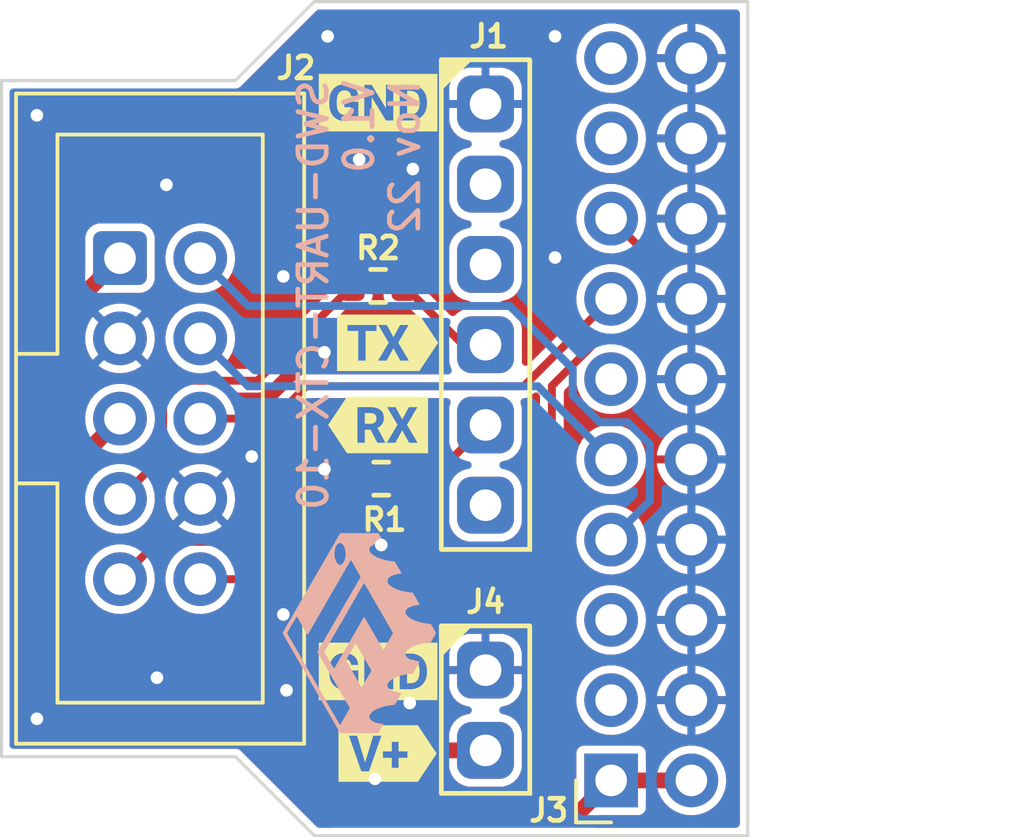
<source format=kicad_pcb>
(kicad_pcb (version 20211014) (generator pcbnew)
  (layers (0 "F.Cu" signal) (31 "B.Cu" signal) (34 "B.Paste" user) (35 "F.Paste" user) (36 "B.SilkS" user "B.Silkscreen") (37 "F.SilkS" user "F.Silkscreen") (38 "B.Mask" user) (39 "F.Mask" user) (44 "Edge.Cuts" user))
  (net 0 "")
  (net 2 "GND")
  (net 5 "/TARGET_VCC")
  (net 6 "/SWDIO")
  (net 7 "/SWCLK")
  (net 8 "/VAUX")
  (net 9 "/SWO")
  (net 10 "/TXD")
  (net 11 "/RXD")
  (net 12 "/RESET")
  (net 18 "Net-(J1-Pad4)")
  (net 19 "Net-(J1-Pad5)")
  (footprint "kibuzzard-637893D0" (layer "F.Cu") (at 138.3 83.2)
    (fp_text reference "kibuzzard-637893D0" hide)
    (fp_text value "G***" hide)
    (fp_poly (pts (xy 0.916223 -0.375946) (xy 0.916223 0.377496) (xy 1.028619 0.377496) (xy 1.148961 0.355211) (xy 1.237134 0.288354) (xy 1.277355 0.2204) (xy 1.301902 0.135392) (xy 1.310773 0.033331) (xy 1.310773 -0.026355) (xy 1.302849 -0.131818) (xy 1.279078 -0.218764) (xy 1.239459 -0.287192) (xy 1.151674 -0.353757) (xy 1.030945 -0.375946) (xy 0.916223 -0.375946)) (layer "F.SilkS") (width 0) (fill solid))
    (fp_poly (pts (xy -1.546417 -0.910539) (xy -1.877146 -0.910539) (xy -1.877146 0.910539) (xy -1.546417 0.910539) (xy -1.0573 0.910539) (xy -1.0573 0.57981) (xy -1.150963 0.572704) (xy -1.236617 0.551388) (xy -1.314261 0.51586) (xy -1.412123 0.437473) (xy -1.484793 0.330212) (xy -1.51834 0.244343) (xy -1.538881 0.149) (xy -1.546417 0.044183) (xy -1.546417 -0.032556) (xy -1.540087 -0.140172) (xy -1.521096 -0.237712) (xy -1.489444 -0.325174) (xy -1.419875 -0.434276) (xy -1.325113 -0.51431) (xy -1.24945 -0.550699) (xy -1.165605 -0.572532) (xy -1.073578 -0.57981) (xy -0.949468 -0.569173) (xy -0.844824 -0.537263) (xy -0.759644 -0.484079) (xy -0.694445 -0.410569) (xy -0.649745 -0.317681) (xy -0.625543 -0.205414) (xy -0.851886 -0.205414) (xy -0.876788 -0.289323) (xy -0.920486 -0.347266) (xy -0.983564 -0.380984) (xy -1.066602 -0.392224) (xy -1.171053 -0.369939) (xy -1.247211 -0.303082) (xy -1.281748 -0.234008) (xy -1.302677 -0.145641) (xy -1.309998 -0.037982) (xy -1.309998 0.034106) (xy -1.302504 0.142799) (xy -1.280025 0.232199) (xy -1.24256 0.302307) (xy -1.159425 0.370326) (xy -1.044897 0.392999) (xy -0.932695 0.379047) (xy -0.858087 0.337189) (xy -0.858087 0.142627) (xy -1.069702 0.142627) (xy -1.069702 -0.02868) (xy -0.625543 -0.02868) (xy -0.625543 0.42168) (xy -0.701314 0.488439) (xy -0.803052 0.538339) (xy -0.923975 0.569442) (xy -1.0573 0.57981) (xy -1.0573 0.910539) (xy 0.480591 0.910539) (xy 0.480591 0.564307) (xy 0.248047 0.564307) (xy -0.204639 -0.178284) (xy -0.204639 0.564307) (xy -0.437183 0.564307) (xy -0.437183 -0.564307) (xy -0.204639 -0.564307) (xy 0.248822 0.179834) (xy 0.248822 -0.564307) (xy 0.480591 -0.564307) (xy 0.480591 0.564307) (xy 0.480591 0.910539) (xy 0.683679 0.910539) (xy 0.683679 0.564307) (xy 0.683679 -0.564307) (xy 1.030945 -0.564307) (xy 1.126675 -0.556857) (xy 1.21543 -0.534507) (xy 1.297208 -0.497256) (xy 1.36977 -0.446269) (xy 1.430877 -0.382707) (xy 1.48053 -0.30657) (xy 1.517134 -0.2204) (xy 1.539096 -0.126736) (xy 1.546417 -0.02558) (xy 1.546417 0.026355) (xy 1.539226 0.127382) (xy 1.517651 0.220658) (xy 1.481693 0.306183) (xy 1.432643 0.381717) (xy 1.371794 0.44502) (xy 1.299146 0.496094) (xy 1.217238 0.533645) (xy 1.128613 0.556383) (xy 1.03327 0.564307) (xy 0.683679 0.564307) (xy 0.683679 0.910539) (xy 1.546417 0.910539) (xy 1.877146 0.910539) (xy 1.877146 -0.910539) (xy 1.546417 -0.910539) (xy -1.546417 -0.910539)) (layer "F.SilkS") (width 0) (fill solid))
  )
  (footprint "J_Connector:Pins-2.54-1x2" (layer "F.Cu") (at 141.7 101.16)
    (fp_text reference "J4" (at 0 -2.16 unlocked) (layer "F.SilkS") (effects (font (size 0.7 0.7))))
    (fp_text value "61300211121" hide)
    (fp_rect (start 1.4 3.9) (end -1.4 -1.4) (layer "F.SilkS") (width 0.15) (fill none))
    (fp_poly (pts (xy -1.4 -0.5) (xy -1.4 -1.4) (xy -0.5 -1.4)) (layer "F.SilkS") (width 0.12) (fill solid))
    (pad "1" thru_hole roundrect (at 0 0) (size 1.8 1.8) (drill 1) (layers *.Cu *.Mask) (net 2 "GND"))
    (pad "2" thru_hole roundrect (at 0 2.54) (size 1.8 1.8) (drill 1) (layers *.Cu *.Mask) (net 8 "/VAUX"))
  )
  (footprint "kibuzzard-637893BE" (layer "F.Cu") (at 138.3 93.4)
    (fp_text reference "kibuzzard-637893BE" hide)
    (fp_text value "G***" hide)
    (fp_poly (pts (xy -0.653922 -0.895036) (xy -0.984651 -0.895036) (xy -1.581342 0) (xy -0.984651 0.895036) (xy -0.653922 0.895036) (xy -0.421378 0.895036) (xy -0.421378 0.564307) (xy -0.653922 0.564307) (xy -0.653922 -0.564307) (xy -0.234568 -0.564307) (xy -0.111406 -0.554402) (xy -0.00857 -0.524688) (xy 0.07394 -0.475165) (xy 0.13423 -0.407555) (xy 0.170403 -0.323581) (xy 0.182461 -0.223242) (xy 0.169962 -0.117338) (xy 0.132464 -0.030618) (xy 0.06958 0.03866) (xy -0.019077 0.092242) (xy 0.225094 0.553455) (xy 0.225094 0.564307) (xy -0.024503 0.564307) (xy -0.236118 0.151154) (xy -0.421378 0.151154) (xy -0.421378 0.564307) (xy -0.421378 0.895036) (xy 1.250613 0.895036) (xy 1.250613 0.564307) (xy 0.980087 0.564307) (xy 0.763046 0.168982) (xy 0.546005 0.564307) (xy 0.275478 0.564307) (xy 0.612667 -0.004651) (xy 0.284005 -0.564307) (xy 0.551431 -0.564307) (xy 0.763046 -0.175183) (xy 0.974661 -0.564307) (xy 1.242086 -0.564307) (xy 0.913424 -0.004651) (xy 1.250613 0.564307) (xy 1.250613 0.895036) (xy 1.581342 0.895036) (xy 1.581342 -0.895036) (xy 1.250613 -0.895036) (xy -0.653922 -0.895036)) (layer "F.SilkS") (width 0) (fill solid))
    (fp_poly (pts (xy -0.421378 -0.037207) (xy -0.233793 -0.037207) (xy -0.156084 -0.04835) (xy -0.098142 -0.081778) (xy -0.062098 -0.134779) (xy -0.050083 -0.204639) (xy -0.06142 -0.275952) (xy -0.095429 -0.330212) (xy -0.152887 -0.364513) (xy -0.234568 -0.375946) (xy -0.421378 -0.375946) (xy -0.421378 -0.037207)) (layer "F.SilkS") (width 0) (fill solid))
  )
  (footprint "kibuzzard-637893E3" (layer "F.Cu") (at 138.6 103.8)
    (fp_text reference "kibuzzard-637893E3" hide)
    (fp_text value "G***" hide)
    (fp_poly (pts (xy -1.223483 -0.895036) (xy -1.554212 -0.895036) (xy -1.554212 0.895036) (xy -1.223483 0.895036) (xy -0.589413 0.895036) (xy -0.589413 0.564307) (xy -0.832034 0.564307) (xy -1.223483 -0.564307) (xy -0.965359 -0.564307) (xy -0.711111 0.284479) (xy -0.455312 -0.564307) (xy -0.196414 -0.564307) (xy -0.589413 0.564307) (xy -0.589413 0.895036) (xy 0.346964 0.895036) (xy 0.346964 0.451135) (xy 0.133799 0.451135) (xy 0.133799 0.134875) (xy -0.146804 0.134875) (xy -0.146804 -0.067438) (xy 0.133799 -0.067438) (xy 0.133799 -0.37052) (xy 0.346964 -0.37052) (xy 0.346964 -0.067438) (xy 0.626792 -0.067438) (xy 0.626792 0.134875) (xy 0.346964 0.134875) (xy 0.346964 0.451135) (xy 0.346964 0.895036) (xy 0.626792 0.895036) (xy 0.957521 0.895036) (xy 1.554212 0) (xy 0.957521 -0.895036) (xy 0.626792 -0.895036) (xy -1.223483 -0.895036)) (layer "F.SilkS") (width 0) (fill solid))
  )
  (footprint "kibuzzard-637893A0" (layer "F.Cu") (at 138.6 90.8)
    (fp_text reference "kibuzzard-637893A0" hide)
    (fp_text value "G***" hide)
    (fp_poly (pts (xy -1.269991 -0.895036) (xy -1.600721 -0.895036) (xy -1.600721 0.895036) (xy -1.269991 0.895036) (xy -0.696383 0.895036) (xy -0.696383 0.564307) (xy -0.928927 0.564307) (xy -0.928927 -0.375946) (xy -1.269991 -0.375946) (xy -1.269991 -0.564307) (xy -0.350668 -0.564307) (xy -0.350668 -0.375946) (xy -0.696383 -0.375946) (xy -0.696383 0.564307) (xy -0.696383 0.895036) (xy 0.673301 0.895036) (xy 0.673301 0.564307) (xy 0.402775 0.564307) (xy 0.185734 0.168982) (xy -0.031307 0.564307) (xy -0.301833 0.564307) (xy 0.035355 -0.004651) (xy -0.293307 -0.564307) (xy -0.025881 -0.564307) (xy 0.185734 -0.175183) (xy 0.397349 -0.564307) (xy 0.664774 -0.564307) (xy 0.336112 -0.004651) (xy 0.673301 0.564307) (xy 0.673301 0.895036) (xy 1.00403 0.895036) (xy 1.600721 0) (xy 1.00403 -0.895036) (xy 0.673301 -0.895036) (xy -1.269991 -0.895036)) (layer "F.SilkS") (width 0) (fill solid))
  )
  (footprint "Connector_PinSocket_2.54mm:PinSocket_2x10_P2.54mm_Horizontal" (layer "F.Cu") (at 145.675 104.65 180)
    (fp_text reference "J3" (at 1.975 -0.95 180) (layer "F.SilkS") (effects (font (size 0.7 0.7))))
    (fp_text value "SFH11-PBPC-D10-RA-BK" hide)
    (fp_line (start 1.11 -1.33) (end 1.11 0) (layer "F.SilkS") (width 0.12))
    (fp_line (start 0 -1.33) (end 1.11 -1.33) (layer "F.SilkS") (width 0.12))
    (pad "1" thru_hole rect (at 0 0 180) (size 1.7 1.7) (drill 1) (layers *.Cu *.Mask) (net 5 "/TARGET_VCC"))
    (pad "2" thru_hole oval (at -2.54 0 180) (size 1.7 1.7) (drill 1) (layers *.Cu *.Mask) (net 5 "/TARGET_VCC"))
    (pad "3" thru_hole oval (at 0 2.54 180) (size 1.7 1.7) (drill 1) (layers *.Cu *.Mask))
    (pad "4" thru_hole oval (at -2.54 2.54 180) (size 1.7 1.7) (drill 1) (layers *.Cu *.Mask) (net 2 "GND"))
    (pad "5" thru_hole oval (at 0 5.08 180) (size 1.7 1.7) (drill 1) (layers *.Cu *.Mask))
    (pad "6" thru_hole oval (at -2.54 5.08 180) (size 1.7 1.7) (drill 1) (layers *.Cu *.Mask) (net 2 "GND"))
    (pad "7" thru_hole oval (at 0 7.62 180) (size 1.7 1.7) (drill 1) (layers *.Cu *.Mask) (net 6 "/SWDIO"))
    (pad "8" thru_hole oval (at -2.54 7.62 180) (size 1.7 1.7) (drill 1) (layers *.Cu *.Mask) (net 2 "GND"))
    (pad "9" thru_hole oval (at 0 10.16 180) (size 1.7 1.7) (drill 1) (layers *.Cu *.Mask) (net 7 "/SWCLK"))
    (pad "10" thru_hole oval (at -2.54 10.16 180) (size 1.7 1.7) (drill 1) (layers *.Cu *.Mask) (net 2 "GND"))
    (pad "11" thru_hole oval (at 0 12.7 180) (size 1.7 1.7) (drill 1) (layers *.Cu *.Mask))
    (pad "12" thru_hole oval (at -2.54 12.7 180) (size 1.7 1.7) (drill 1) (layers *.Cu *.Mask) (net 2 "GND"))
    (pad "13" thru_hole oval (at 0 15.24 180) (size 1.7 1.7) (drill 1) (layers *.Cu *.Mask) (net 9 "/SWO"))
    (pad "14" thru_hole oval (at -2.54 15.24 180) (size 1.7 1.7) (drill 1) (layers *.Cu *.Mask) (net 2 "GND"))
    (pad "15" thru_hole oval (at 0 17.78 180) (size 1.7 1.7) (drill 1) (layers *.Cu *.Mask) (net 12 "/RESET"))
    (pad "16" thru_hole oval (at -2.54 17.78 180) (size 1.7 1.7) (drill 1) (layers *.Cu *.Mask) (net 2 "GND"))
    (pad "17" thru_hole oval (at 0 20.32 180) (size 1.7 1.7) (drill 1) (layers *.Cu *.Mask))
    (pad "18" thru_hole oval (at -2.54 20.32 180) (size 1.7 1.7) (drill 1) (layers *.Cu *.Mask) (net 2 "GND"))
    (pad "19" thru_hole oval (at 0 22.86 180) (size 1.7 1.7) (drill 1) (layers *.Cu *.Mask))
    (pad "20" thru_hole oval (at -2.54 22.86 180) (size 1.7 1.7) (drill 1) (layers *.Cu *.Mask) (net 2 "GND"))
  )
  (footprint "R_Resistor:R_0603" (layer "F.Cu") (at 138.3 89)
    (fp_text reference "R2" (at 0 -1.2 180) (layer "F.SilkS") (effects (font (size 0.7 0.7))))
    (fp_text value "470R" hide)
    (fp_line (start -0.237258 -0.5225) (end 0.237258 -0.5225) (layer "F.SilkS") (width 0.15))
    (fp_line (start -0.237258 0.5225) (end 0.237258 0.5225) (layer "F.SilkS") (width 0.15))
    (pad "1" smd roundrect (at -0.825 0) (size 0.8 0.95) (layers "F.Cu" "F.Paste" "F.Mask") (net 10 "/TXD"))
    (pad "2" smd roundrect (at 0.825 0) (size 0.8 0.95) (layers "F.Cu" "F.Paste" "F.Mask") (net 18 "Net-(J1-Pad4)"))
  )
  (footprint "J_Connector:Pins-2.54-1x6" (layer "F.Cu") (at 141.7 83.24)
    (fp_text reference "J1" (at 0.1 -2.14 unlocked) (layer "F.SilkS") (effects (font (size 0.7 0.7))))
    (fp_text value "61300611121" hide)
    (fp_rect (start 1.4 14.1) (end -1.4 -1.4) (layer "F.SilkS") (width 0.15) (fill none))
    (fp_poly (pts (xy -1.4 -0.5) (xy -1.4 -1.4) (xy -0.5 -1.4)) (layer "F.SilkS") (width 0.12) (fill solid))
    (pad "1" thru_hole roundrect (at 0 0) (size 1.8 1.8) (drill 1) (layers *.Cu *.Mask) (net 2 "GND"))
    (pad "2" thru_hole roundrect (at 0 2.54) (size 1.8 1.8) (drill 1) (layers *.Cu *.Mask))
    (pad "3" thru_hole roundrect (at 0 5.08) (size 1.8 1.8) (drill 1) (layers *.Cu *.Mask))
    (pad "4" thru_hole roundrect (at 0 7.62) (size 1.8 1.8) (drill 1) (layers *.Cu *.Mask) (net 18 "Net-(J1-Pad4)"))
    (pad "5" thru_hole roundrect (at 0 10.16) (size 1.8 1.8) (drill 1) (layers *.Cu *.Mask) (net 19 "Net-(J1-Pad5)"))
    (pad "6" thru_hole roundrect (at 0 12.7) (size 1.8 1.8) (drill 1) (layers *.Cu *.Mask))
  )
  (footprint "kibuzzard-637893D0" (layer "F.Cu") (at 138.3 101.2)
    (fp_text reference "kibuzzard-637893D0" hide)
    (fp_text value "G***" hide)
    (fp_poly (pts (xy 0.916223 -0.375946) (xy 0.916223 0.377496) (xy 1.028619 0.377496) (xy 1.148961 0.355211) (xy 1.237134 0.288354) (xy 1.277355 0.2204) (xy 1.301902 0.135392) (xy 1.310773 0.033331) (xy 1.310773 -0.026355) (xy 1.302849 -0.131818) (xy 1.279078 -0.218764) (xy 1.239459 -0.287192) (xy 1.151674 -0.353757) (xy 1.030945 -0.375946) (xy 0.916223 -0.375946)) (layer "F.SilkS") (width 0) (fill solid))
    (fp_poly (pts (xy -1.546417 -0.910539) (xy -1.877146 -0.910539) (xy -1.877146 0.910539) (xy -1.546417 0.910539) (xy -1.0573 0.910539) (xy -1.0573 0.57981) (xy -1.150963 0.572704) (xy -1.236617 0.551388) (xy -1.314261 0.51586) (xy -1.412123 0.437473) (xy -1.484793 0.330212) (xy -1.51834 0.244343) (xy -1.538881 0.149) (xy -1.546417 0.044183) (xy -1.546417 -0.032556) (xy -1.540087 -0.140172) (xy -1.521096 -0.237712) (xy -1.489444 -0.325174) (xy -1.419875 -0.434276) (xy -1.325113 -0.51431) (xy -1.24945 -0.550699) (xy -1.165605 -0.572532) (xy -1.073578 -0.57981) (xy -0.949468 -0.569173) (xy -0.844824 -0.537263) (xy -0.759644 -0.484079) (xy -0.694445 -0.410569) (xy -0.649745 -0.317681) (xy -0.625543 -0.205414) (xy -0.851886 -0.205414) (xy -0.876788 -0.289323) (xy -0.920486 -0.347266) (xy -0.983564 -0.380984) (xy -1.066602 -0.392224) (xy -1.171053 -0.369939) (xy -1.247211 -0.303082) (xy -1.281748 -0.234008) (xy -1.302677 -0.145641) (xy -1.309998 -0.037982) (xy -1.309998 0.034106) (xy -1.302504 0.142799) (xy -1.280025 0.232199) (xy -1.24256 0.302307) (xy -1.159425 0.370326) (xy -1.044897 0.392999) (xy -0.932695 0.379047) (xy -0.858087 0.337189) (xy -0.858087 0.142627) (xy -1.069702 0.142627) (xy -1.069702 -0.02868) (xy -0.625543 -0.02868) (xy -0.625543 0.42168) (xy -0.701314 0.488439) (xy -0.803052 0.538339) (xy -0.923975 0.569442) (xy -1.0573 0.57981) (xy -1.0573 0.910539) (xy 0.480591 0.910539) (xy 0.480591 0.564307) (xy 0.248047 0.564307) (xy -0.204639 -0.178284) (xy -0.204639 0.564307) (xy -0.437183 0.564307) (xy -0.437183 -0.564307) (xy -0.204639 -0.564307) (xy 0.248822 0.179834) (xy 0.248822 -0.564307) (xy 0.480591 -0.564307) (xy 0.480591 0.564307) (xy 0.480591 0.910539) (xy 0.683679 0.910539) (xy 0.683679 0.564307) (xy 0.683679 -0.564307) (xy 1.030945 -0.564307) (xy 1.126675 -0.556857) (xy 1.21543 -0.534507) (xy 1.297208 -0.497256) (xy 1.36977 -0.446269) (xy 1.430877 -0.382707) (xy 1.48053 -0.30657) (xy 1.517134 -0.2204) (xy 1.539096 -0.126736) (xy 1.546417 -0.02558) (xy 1.546417 0.026355) (xy 1.539226 0.127382) (xy 1.517651 0.220658) (xy 1.481693 0.306183) (xy 1.432643 0.381717) (xy 1.371794 0.44502) (xy 1.299146 0.496094) (xy 1.217238 0.533645) (xy 1.128613 0.556383) (xy 1.03327 0.564307) (xy 0.683679 0.564307) (xy 0.683679 0.910539) (xy 1.546417 0.910539) (xy 1.877146 0.910539) (xy 1.877146 -0.910539) (xy 1.546417 -0.910539) (xy -1.546417 -0.910539)) (layer "F.SilkS") (width 0) (fill solid))
  )
  (footprint "Connector_IDC:IDC-Header_2x05_P2.54mm_Vertical" (layer "F.Cu") (at 130.13 88.12)
    (fp_text reference "J2" (at 5.57 -6.02) (layer "F.SilkS") (effects (font (size 0.7 0.7))))
    (fp_text value "3020-10-0100-00" hide)
    (fp_line (start 4.52 14.07) (end -1.98 14.07) (layer "F.SilkS") (width 0.12))
    (fp_line (start 4.52 -3.91) (end 4.52 14.07) (layer "F.SilkS") (width 0.12))
    (fp_line (start -1.98 -3.91) (end 4.52 -3.91) (layer "F.SilkS") (width 0.12))
    (fp_line (start 5.83 15.37) (end -3.29 15.37) (layer "F.SilkS") (width 0.12))
    (fp_line (start -1.98 7.13) (end -1.98 7.13) (layer "F.SilkS") (width 0.12))
    (fp_line (start -3.29 15.37) (end -3.29 -5.21) (layer "F.SilkS") (width 0.12))
    (fp_line (start -1.98 14.07) (end -1.98 7.13) (layer "F.SilkS") (width 0.12))
    (fp_line (start -3.29 3.03) (end -1.98 3.03) (layer "F.SilkS") (width 0.12))
    (fp_line (start -1.98 3.03) (end -1.98 -3.91) (layer "F.SilkS") (width 0.12))
    (fp_line (start 5.83 -5.21) (end 5.83 15.37) (layer "F.SilkS") (width 0.12))
    (fp_line (start -3.29 -5.21) (end 5.83 -5.21) (layer "F.SilkS") (width 0.12))
    (fp_line (start -1.98 7.13) (end -3.29 7.13) (layer "F.SilkS") (width 0.12))
    (pad "1" thru_hole roundrect (at 0 0) (size 1.7 1.7) (drill 1) (layers *.Cu *.Mask) (roundrect_rratio 0.1470588235) (net 5 "/TARGET_VCC"))
    (pad "2" thru_hole circle (at 2.54 0) (size 1.7 1.7) (drill 1) (layers *.Cu *.Mask) (net 6 "/SWDIO"))
    (pad "3" thru_hole circle (at 0 2.54) (size 1.7 1.7) (drill 1) (layers *.Cu *.Mask) (net 2 "GND"))
    (pad "4" thru_hole circle (at 2.54 2.54) (size 1.7 1.7) (drill 1) (layers *.Cu *.Mask) (net 7 "/SWCLK"))
    (pad "5" thru_hole circle (at 0 5.08) (size 1.7 1.7) (drill 1) (layers *.Cu *.Mask) (net 8 "/VAUX"))
    (pad "6" thru_hole circle (at 2.54 5.08) (size 1.7 1.7) (drill 1) (layers *.Cu *.Mask) (net 9 "/SWO"))
    (pad "7" thru_hole circle (at 0 7.62) (size 1.7 1.7) (drill 1) (layers *.Cu *.Mask) (net 10 "/TXD"))
    (pad "8" thru_hole circle (at 2.54 7.62) (size 1.7 1.7) (drill 1) (layers *.Cu *.Mask) (net 2 "GND"))
    (pad "9" thru_hole circle (at 0 10.16) (size 1.7 1.7) (drill 1) (layers *.Cu *.Mask) (net 11 "/RXD"))
    (pad "10" thru_hole circle (at 2.54 10.16) (size 1.7 1.7) (drill 1) (layers *.Cu *.Mask) (net 12 "/RESET"))
  )
  (footprint "R_Resistor:R_0603" (layer "F.Cu") (at 138.4 95.1)
    (fp_text reference "R1" (at 0.1 1.3 180) (layer "F.SilkS") (effects (font (size 0.7 0.7))))
    (fp_text value "470R" hide)
    (fp_line (start -0.237258 -0.5225) (end 0.237258 -0.5225) (layer "F.SilkS") (width 0.15))
    (fp_line (start -0.237258 0.5225) (end 0.237258 0.5225) (layer "F.SilkS") (width 0.15))
    (pad "1" smd roundrect (at -0.825 0) (size 0.8 0.95) (layers "F.Cu" "F.Paste" "F.Mask") (net 11 "/RXD"))
    (pad "2" smd roundrect (at 0.825 0) (size 0.8 0.95) (layers "F.Cu" "F.Paste" "F.Mask") (net 19 "Net-(J1-Pad5)"))
  )
  (footprint "N_NonPart:TL_Embedded_5mm" (layer "B.Cu") (at 137.7 100 -90)
    (fp_text reference "~" hide)
    (fp_text value "TL_Embedded" hide)
    (fp_poly (pts (xy 0.008507 2.414983) (xy 0.033069 2.402771) (xy 0.037395 2.400205) (xy 0.054103 2.390307) (xy 0.085839 2.371777) (xy 0.130146 2.346037) (xy 0.184572 2.314511) (xy 0.246662 2.278621) (xy 0.313962 2.23979) (xy 0.339896 2.224844) (xy 0.41455 2.181827) (xy 0.490331 2.138144) (xy 0.563604 2.095892) (xy 0.630733 2.057169) (xy 0.688081 2.024071) (xy 0.732012 1.998696) (xy 0.736085 1.996342) (xy 0.788756 1.965902) (xy 0.852687 1.928972) (xy 0.921669 1.889137) (xy 0.989492 1.849983) (xy 1.028503 1.827469) (xy 1.153108 1.755567) (xy 1.261652 1.692932) (xy 1.355539 1.638752) (xy 1.436176 1.592215) (xy 1.504967 1.55251) (xy 1.56332 1.518825) (xy 1.612638 1.490349) (xy 1.654329 1.466269) (xy 1.689798 1.445775) (xy 1.720451 1.428053) (xy 1.747692 1.412293) (xy 1.772929 1.397683) (xy 1.797566 1.383411) (xy 1.809964 1.376227) (xy 1.858133 1.348347) (xy 1.916702 1.314501) (xy 1.978587 1.278779) (xy 2.036708 1.245273) (xy 2.041881 1.242293) (xy 2.185749 1.159384) (xy 2.343139 1.06859) (xy 2.510143 0.972168) (xy 2.558654 0.944146) (xy 2.608174 0.91556) (xy 2.670012 0.879899) (xy 2.739004 0.84014) (xy 2.809985 0.799259) (xy 2.877789 0.760231) (xy 2.883842 0.756749) (xy 2.943256 0.722445) (xy 2.998976 0.690049) (xy 3.047854 0.661407) (xy 3.086744 0.638367) (xy 3.112498 0.622777) (xy 3.118281 0.619129) (xy 3.156093 0.594632) (xy 3.156093 -0.610842) (xy 3.088031 -0.648509) (xy 3.044465 -0.672907) (xy 2.993992 -0.701595) (xy 2.947077 -0.728624) (xy 2.944343 -0.730216) (xy 2.868717 -0.774255) (xy 2.861058 -0.7224) (xy 2.842142 -0.616056) (xy 2.819277 -0.528075) (xy 2.791875 -0.456938) (xy 2.75935 -0.401122) (xy 2.721112 -0.359106) (xy 2.720457 -0.358543) (xy 2.677409 -0.330663) (xy 2.633997 -0.321794) (xy 2.587685 -0.331848) (xy 2.548438 -0.352433) (xy 2.499076 -0.393902) (xy 2.451836 -0.453246) (xy 2.407661 -0.52821) (xy 2.367493 -0.616537) (xy 2.332274 -0.715971) (xy 2.302947 -0.824255) (xy 2.280452 -0.939133) (xy 2.269465 -1.020544) (xy 2.264864 -1.06274) (xy 2.26124 -1.096836) (xy 2.259074 -1.11826) (xy 2.258674 -1.123158) (xy 2.250595 -1.130099) (xy 2.229444 -1.143716) (xy 2.200694 -1.160548) (xy 2.170304 -1.177857) (xy 2.127645 -1.202387) (xy 2.077856 -1.231172) (xy 2.026074 -1.261248) (xy 2.013741 -1.268433) (xy 1.96834 -1.294537) (xy 1.929482 -1.316187) (xy 1.900281 -1.3317) (xy 1.883854 -1.339396) (xy 1.881435 -1.339837) (xy 1.878507 -1.328919) (xy 1.873246 -1.302457) (xy 1.866484 -1.264822) (xy 1.861265 -1.233936) (xy 1.842927 -1.142206) (xy 1.820476 -1.06759) (xy 1.792676 -1.00724) (xy 1.758291 -0.95831) (xy 1.728559 -0.928375) (xy 1.699925 -0.907153) (xy 1.671549 -0.897392) (xy 1.634691 -0.896512) (xy 1.623422 -0.897353) (xy 1.578562 -0.910898) (xy 1.533115 -0.942747) (xy 1.488172 -0.991106) (xy 1.444824 -1.054181) (xy 1.404161 -1.130179) (xy 1.367275 -1.217308) (xy 1.335257 -1.313772) (xy 1.310507 -1.411672) (xy 1.300587 -1.462439) (xy 1.2904 -1.522603) (xy 1.281717 -1.581494) (xy 1.279504 -1.598653) (xy 1.267043 -1.699926) (xy 1.135861 -1.775112) (xy 1.083838 -1.804933) (xy 1.032568 -1.83433) (xy 0.987173 -1.860366) (xy 0.952772 -1.880105) (xy 0.946037 -1.883972) (xy 0.91913 -1.899481) (xy 0.900998 -1.907604) (xy 0.889342 -1.905966) (xy 0.881862 -1.892191) (xy 0.876257 -1.863904) (xy 0.870228 -1.81873) (xy 0.868274 -1.803677) (xy 0.851079 -1.711649) (xy 0.825617 -1.631185) (xy 0.792888 -1.564374) (xy 0.75389 -1.513307) (xy 0.714943 -1.482919) (xy 0.67613 -1.465998) (xy 0.640976 -1.464005) (xy 0.600457 -1.476356) (xy 0.550105 -1.507463) (xy 0.50165 -1.556989) (xy 0.455883 -1.623217) (xy 0.413592 -1.70443) (xy 0.375566 -1.798911) (xy 0.342595 -1.904943) (xy 0.315469 -2.020808) (xy 0.295713 -2.139293) (xy 0.278088 -2.269376) (xy 0.140638 -2.349734) (xy 0.0927 -2.377252) (xy 0.050188 -2.400704) (xy 0.016423 -2.418332) (xy -0.005276 -2.428377) (xy -0.011011 -2.430037) (xy -0.025935 -2.425146) (xy -0.052875 -2.412217) (xy -0.086673 -2.393777) (xy -0.095792 -2.388484) (xy -0.14147 -2.361595) (xy -0.191764 -2.331939) (xy -0.233181 -2.307475) (xy -0.299986 -2.267964) (xy -0.307014 -2.20534) (xy -0.327056 -2.066474) (xy -0.354594 -1.937596) (xy -0.388979 -1.820491) (xy -0.429558 -1.71695) (xy -0.475683 -1.628758) (xy -0.526703 -1.557705) (xy -0.552585 -1.53036) (xy -0.602915 -1.489584) (xy -0.649272 -1.468083) (xy -0.693346 -1.465776) (xy -0.736831 -1.482583) (xy -0.781417 -1.518424) (xy -0.782464 -1.519467) (xy -0.808231 -1.553988) (xy -0.833688 -1.603416) (xy -0.857062 -1.662541) (xy -0.876586 -1.726155) (xy -0.890489 -1.78905) (xy -0.897 -1.846019) (xy -0.897265 -1.857266) (xy -0.898926 -1.886239) (xy -0.902957 -1.905663) (xy -0.905449 -1.909528) (xy -0.917941 -1.907712) (xy -0.941821 -1.897842) (xy -0.963428 -1.886681) (xy -0.984669 -1.874693) (xy -1.017349 -1.856058) (xy -1.058104 -1.832713) (xy -1.103568 -1.806596) (xy -1.150377 -1.779647) (xy -1.195166 -1.753803) (xy -1.234571 -1.731003) (xy -1.265228 -1.713185) (xy -1.283771 -1.702288) (xy -1.287683 -1.699877) (xy -1.289655 -1.689871) (xy -1.293275 -1.664268) (xy -1.297937 -1.627511) (xy -1.300876 -1.602883) (xy -1.323373 -1.452828) (xy -1.354165 -1.319456) (xy -1.39391 -1.200784) (xy -1.443262 -1.094831) (xy -1.498669 -1.005531) (xy -1.545911 -0.949957) (xy -1.594423 -0.913944) (xy -1.643027 -0.897035) (xy -1.690545 -0.898773) (xy -1.735798 -0.918701) (xy -1.777609 -0.956362) (xy -1.814798 -1.0113) (xy -1.846189 -1.083057) (xy -1.865223 -1.147662) (xy -1.875757 -1.194885) (xy -1.885094 -1.243913) (xy -1.891155 -1.283713) (xy -1.896476 -1.317588) (xy -1.902885 -1.334364) (xy -1.911605 -1.337107) (xy -1.912369 -1.336839) (xy -1.925987 -1.329927) (xy -1.953293 -1.314831) (xy -1.99061 -1.293623) (xy -2.03426 -1.268374) (xy -2.044736 -1.262256) (xy -2.094488 -1.233245) (xy -2.143737 -1.204697) (xy -2.186946 -1.179813) (xy -2.218573 -1.161793) (xy -2.219706 -1.161155) (xy -2.255764 -1.138178) (xy -2.276703 -1.115566) (xy -2.286424 -1.086973) (xy -2.288819 -1.04867) (xy -2.293237 -0.987701) (xy -2.305082 -0.9138) (xy -2.323007 -0.832194) (xy -2.345664 -0.74811) (xy -2.371704 -0.666772) (xy -2.39978 -0.593407) (xy -2.414984 -0.559627) (xy -2.461542 -0.473419) (xy -2.50893 -0.406995) (xy -2.557538 -0.35998) (xy -2.607757 -0.331997) (xy -2.659976 -0.322669) (xy -2.660345 -0.322668) (xy -2.704319 -0.332435) (xy -2.745702 -0.360599) (xy -2.78353 -0.405457) (xy -2.816838 -0.465305) (xy -2.844661 -0.538439) (xy -2.866036 -0.623156) (xy -2.879075 -0.708942) (xy -2.884895 -0.745274) (xy -2.892578 -0.76264) (xy -2.898385 -0.764401) (xy -2.911317 -0.758514) (xy -2.938303 -0.744374) (xy -2.975938 -0.723823) (xy -3.02082 -0.698705) (xy -3.043758 -0.685669) (xy -3.176188 -0.610044) (xy -3.176215 -0.157279) (xy -1.584201 -0.157279) (xy -1.575727 -0.166374) (xy -1.554011 -0.181843) (xy -1.523568 -0.2005) (xy -1.520297 -0.202373) (xy -1.487872 -0.22092) (xy -1.440671 -0.248048) (xy -1.381363 -0.282216) (xy -1.312614 -0.321885) (xy -1.237094 -0.365514) (xy -1.157469 -0.411564) (xy -1.076407 -0.458495) (xy -1.023462 -0.489176) (xy -0.974384 -0.517597) (xy -0.915266 -0.551782) (xy -0.853544 -0.587435) (xy -0.796657 -0.620258) (xy -0.796586 -0.620298) (xy -0.74853 -0.648003) (xy -0.687953 -0.682927) (xy -0.619804 -0.722214) (xy -0.549035 -0.763013) (xy -0.480594 -0.802469) (xy -0.468877 -0.809223) (xy -0.401819 -0.847953) (xy -0.331972 -0.888419) (xy -0.264169 -0.927812) (xy -0.203243 -0.963323) (xy -0.154028 -0.992143) (xy -0.146209 -0.996743) (xy -0.101487 -1.022641) (xy -0.062497 -1.044396) (xy -0.032738 -1.060117) (xy -0.015712 -1.067911) (xy -0.013606 -1.06842) (xy -0.001769 -1.063692) (xy 0.024719 -1.050238) (xy 0.06312 -1.029544) (xy 0.110694 -1.003095) (xy 0.164704 -0.972376) (xy 0.18302 -0.961816) (xy 0.243729 -0.926756) (xy 0.303684 -0.892231) (xy 0.358825 -0.860573) (xy 0.405092 -0.834112) (xy 0.438423 -0.815178) (xy 0.441147 -0.813643) (xy 0.474619 -0.794153) (xy 0.500032 -0.77812) (xy 0.513262 -0.768194) (xy 0.514251 -0.766685) (xy 0.505839 -0.760451) (xy 0.481947 -0.745395) (xy 0.444592 -0.722721) (xy 0.395792 -0.693633) (xy 0.337563 -0.659336) (xy 0.271924 -0.621035) (xy 0.219313 -0.590561) (xy 0.095761 -0.519208) (xy -0.011971 -0.456973) (xy -0.105535 -0.402904) (xy -0.186582 -0.356044) (xy -0.256762 -0.315439) (xy -0.317726 -0.280135) (xy -0.371125 -0.249175) (xy -0.41861 -0.221605) (xy -0.431964 -0.213844) (xy -0.469276 -0.191044) (xy -0.497987 -0.17135) (xy -0.514897 -0.157103) (xy -0.517672 -0.151085) (xy -0.505964 -0.143114) (xy -0.480571 -0.127533) (xy -0.445357 -0.106668) (xy -0.408377 -0.085247) (xy -0.359325 -0.057081) (xy -0.300239 -0.023097) (xy -0.238545 0.012432) (xy -0.181671 0.04523) (xy -0.181501 0.045328) (xy -0.122078 0.079625) (xy -0.069983 0.109688) (xy 0.322667 0.109688) (xy 0.330887 0.10185) (xy 0.353048 0.086774) (xy 0.385399 0.066906) (xy 0.410897 0.052138) (xy 0.454359 0.027402) (xy 0.508535 -0.003601) (xy 0.566696 -0.037014) (xy 0.622116 -0.068978) (xy 0.625168 -0.070743) (xy 0.673251 -0.098519) (xy 0.733864 -0.133482) (xy 0.802051 -0.172774) (xy 0.872855 -0.213541) (xy 0.941318 -0.252925) (xy 0.952878 -0.25957) (xy 1.010805 -0.292991) (xy 1.062968 -0.323317) (xy 1.106787 -0.349029) (xy 1.139679 -0.368609) (xy 1.159065 -0.380537) (xy 1.163037 -0.383286) (xy 1.175069 -0.382194) (xy 1.199723 -0.372501) (xy 1.232411 -0.356117) (xy 1.244629 -0.34931) (xy 1.275802 -0.331469) (xy 1.320541 -0.305826) (xy 1.374928 -0.274626) (xy 1.435044 -0.240118) (xy 1.496974 -0.204549) (xy 1.510764 -0.196626) (xy 1.566819 -0.164201) (xy 1.616487 -0.13506) (xy 1.657264 -0.110703) (xy 1.68665 -0.092634) (xy 1.70214 -0.082355) (xy 1.703912 -0.080667) (xy 1.695767 -0.073883) (xy 1.673794 -0.059799) (xy 1.641844 -0.04082) (xy 1.620869 -0.028858) (xy 1.579614 -0.005499) (xy 1.527386 0.024301) (xy 1.470647 0.056846) (xy 1.415857 0.088437) (xy 1.411671 0.09086) (xy 1.363614 0.118654) (xy 1.303034 0.153661) (xy 1.234884 0.19302) (xy 1.164112 0.233873) (xy 1.095671 0.27336) (xy 1.083961 0.280114) (xy 1.025451 0.313888) (xy 0.972102 0.34474) (xy 0.926633 0.371094) (xy 0.891764 0.391373) (xy 0.870213 0.403998) (xy 0.865128 0.407043) (xy 0.85963 0.41033) (xy 0.853851 0.412104) (xy 0.845842 0.411387) (xy 0.833657 0.407203) (xy 0.815347 0.398575) (xy 0.788965 0.384526) (xy 0.752564 0.364079) (xy 0.704196 0.336257) (xy 0.641914 0.300083) (xy 0.579793 0.263911) (xy 0.522667 0.230719) (xy 0.469107 0.199734) (xy 0.422425 0.172863) (xy 0.385931 0.152011) (xy 0.362939 0.139082) (xy 0.36048 0.137738) (xy 0.337231 0.123536) (xy 0.323902 0.112274) (xy 0.322667 0.109688) (xy -0.069983 0.109688) (xy -0.053677 0.119098) (xy 0.015209 0.158848) (xy 0.075625 0.193706) (xy 0.238247 0.287528) (xy 0.385791 0.372656) (xy 0.51738 0.448583) (xy 0.602481 0.497689) (xy 0.655366 0.528194) (xy 0.719652 0.565255) (xy 0.789263 0.60537) (xy 0.85812 0.645036) (xy 0.902461 0.67057) (xy 0.968306 0.708491) (xy 1.018599 0.737622) (xy 1.055244 0.75927) (xy 1.080148 0.774742) (xy 1.095215 0.785346) (xy 1.102349 0.79239) (xy 1.103456 0.79718) (xy 1.10044 0.801024) (xy 1.096786 0.803938) (xy 1.084702 0.811695) (xy 1.057735 0.827944) (xy 1.0185 0.851147) (xy 0.969607 0.879765) (xy 0.913668 0.912258) (xy 0.877252 0.933295) (xy 0.79757 0.979288) (xy 0.733573 1.016225) (xy 0.683402 1.044997) (xy 0.645197 1.066494) (xy 0.6171 1.081606) (xy 0.597251 1.091222) (xy 0.583791 1.096232) (xy 0.57486 1.097527) (xy 0.568601 1.095996) (xy 0.563153 1.092529) (xy 0.556657 1.088015) (xy 0.555479 1.087304) (xy 0.539396 1.077946) (xy 0.508716 1.060171) (xy 0.46631 1.03564) (xy 0.415051 1.006014) (xy 0.35781 0.972952) (xy 0.327709 0.955575) (xy 0.260223 0.916613) (xy 0.189515 0.875776) (xy 0.120533 0.835923) (xy 0.058227 0.799912) (xy 0.007544 0.770603) (xy 0 0.766238) (xy -0.052673 0.735774) (xy -0.116605 0.698824) (xy -0.185589 0.658973) (xy -0.253413 0.61981) (xy -0.292418 0.597298) (xy -0.356653 0.560232) (xy -0.426197 0.520103) (xy -0.49475 0.480544) (xy -0.556013 0.445193) (xy -0.587357 0.427106) (xy -0.648565 0.391785) (xy -0.718356 0.351512) (xy -0.787842 0.311414) (xy -0.844482 0.278729) (xy -0.898127 0.247773) (xy -0.962938 0.210372) (xy -1.032616 0.170161) (xy -1.100863 0.130776) (xy -1.139421 0.108524) (xy -1.204926 0.070731) (xy -1.276953 0.029194) (xy -1.348792 -0.01222) (xy -1.413732 -0.049641) (xy -1.445326 -0.067838) (xy -1.492564 -0.095602) (xy -1.532877 -0.120371) (xy -1.563327 -0.140253) (xy -1.580977 -0.153356) (xy -1.584201 -0.157279) (xy -3.176215 -0.157279) (xy -3.176224 -0.00825) (xy -3.176241 0.261412) (xy -2.319175 0.261412) (xy -2.310744 0.254394) (xy -2.287084 0.239104) (xy -2.250639 0.216977) (xy -2.203856 0.189449) (xy -2.149182 0.157954) (xy -2.089061 0.12393) (xy -2.025942 0.08881) (xy -2.011632 0.080934) (xy -1.979819 0.063035) (xy -1.937925 0.038887) (xy -1.893144 0.012649) (xy -1.875507 0.002187) (xy -1.835194 -0.021247) (xy -1.807938 -0.03514) (xy -1.789863 -0.040903) (xy -1.777088 -0.039943) (xy -1.769631 -0.036283) (xy -1.754003 -0.026889) (xy -1.724593 -0.009525) (xy -1.685063 0.013659) (xy -1.639074 0.040512) (xy -1.618381 0.052561) (xy -1.52655 0.105919) (xy -1.422807 0.166093) (xy -1.312729 0.229852) (xy -1.201891 0.293968) (xy -1.09587 0.355213) (xy -1.036066 0.389713) (xy -0.898035 0.469304) (xy -0.761747 0.547909) (xy -0.632429 0.622512) (xy -0.51531 0.690099) (xy -0.514252 0.69071) (xy -0.454811 0.725006) (xy -0.386391 0.764463) (xy -0.317489 0.80418) (xy -0.257126 0.838958) (xy -0.199747 0.872034) (xy -0.137916 0.907724) (xy -0.078715 0.941937) (xy -0.029227 0.970583) (xy -0.025209 0.972912) (xy 0.029723 1.004727) (xy 0.097533 1.043952) (xy 0.173625 1.087933) (xy 0.253403 1.134015) (xy 0.332269 1.179544) (xy 0.405628 1.221865) (xy 0.468882 1.258322) (xy 0.493011 1.272214) (xy 0.52994 1.293089) (xy 0.560203 1.309491) (xy 0.57966 1.319213) (xy 0.584398 1.320921) (xy 0.59575 1.316118) (xy 0.619533 1.303431) (xy 0.650937 1.285444) (xy 0.656055 1.28242) (xy 0.685172 1.265291) (xy 0.728824 1.2398) (xy 0.784388 1.207464) (xy 0.849238 1.169802) (xy 0.920752 1.128332) (xy 0.996307 1.084571) (xy 1.073277 1.040037) (xy 1.14904 0.996248) (xy 1.220972 0.954723) (xy 1.286449 0.916978) (xy 1.342847 0.884533) (xy 1.387542 0.858904) (xy 1.417912 0.84161) (xy 1.421754 0.839443) (xy 1.441007 0.828456) (xy 1.474493 0.80918) (xy 1.519013 0.783464) (xy 1.571368 0.753156) (xy 1.628358 0.720106) (xy 1.643588 0.711264) (xy 1.711002 0.672145) (xy 1.783777 0.629965) (xy 1.856072 0.588108) (xy 1.922046 0.549954) (xy 1.971298 0.521515) (xy 2.033029 0.485853) (xy 2.101691 0.446095) (xy 2.169608 0.406689) (xy 2.229107 0.372084) (xy 2.238386 0.366676) (xy 2.364306 0.293257) (xy 2.399719 0.314196) (xy 2.416813 0.324189) (xy 2.448292 0.342486) (xy 2.49108 0.367307) (xy 2.542098 0.39687) (xy 2.59827 0.429394) (xy 2.656517 0.463099) (xy 2.713762 0.496203) (xy 2.766927 0.526924) (xy 2.812935 0.553483) (xy 2.848708 0.574099) (xy 2.866133 0.584109) (xy 2.885303 0.596513) (xy 2.893749 0.604793) (xy 2.893769 0.605002) (xy 2.885463 0.611436) (xy 2.862505 0.626022) (xy 2.827802 0.646992) (xy 2.784261 0.67258) (xy 2.750145 0.692258) (xy 2.693984 0.724477) (xy 2.626302 0.76341) (xy 2.553017 0.805644) (xy 2.48005 0.847768) (xy 2.420008 0.882498) (xy 2.358891 0.91783) (xy 2.29835 0.95272) (xy 2.242472 0.984822) (xy 2.195344 1.011788) (xy 2.161052 1.03127) (xy 2.15784 1.03308) (xy 2.115121 1.057147) (xy 2.071849 1.081567) (xy 2.036463 1.101579) (xy 2.032392 1.103886) (xy 2.011193 1.116001) (xy 1.974454 1.137102) (xy 1.924094 1.166083) (xy 1.862034 1.201837) (xy 1.790191 1.243256) (xy 1.710486 1.289234) (xy 1.624837 1.338664) (xy 1.535164 1.390439) (xy 1.443386 1.443451) (xy 1.351421 1.496593) (xy 1.283108 1.536086) (xy 1.221225 1.571854) (xy 1.150958 1.612448) (xy 1.080863 1.652924) (xy 1.019496 1.688342) (xy 1.01842 1.688964) (xy 0.956668 1.724589) (xy 0.886249 1.765216) (xy 0.815963 1.805765) (xy 0.756252 1.840214) (xy 0.694885 1.875619) (xy 0.62522 1.915814) (xy 0.555902 1.955812) (xy 0.496605 1.990028) (xy 0.443732 2.020533) (xy 0.379461 2.057607) (xy 0.309866 2.097745) (xy 0.241021 2.137446) (xy 0.196625 2.163043) (xy 0.142643 2.194201) (xy 0.093861 2.222422) (xy 0.053282 2.245966) (xy 0.023908 2.26309) (xy 0.008742 2.272051) (xy 0.008184 2.272393) (xy 0.003166 2.275509) (xy -0.001982 2.27738) (xy -0.009062 2.277088) (xy -0.01988 2.273715) (xy -0.036238 2.266343) (xy -0.059941 2.254054) (xy -0.092792 2.23593) (xy -0.136595 2.211054) (xy -0.193154 2.178506) (xy -0.264272 2.137371) (xy -0.315998 2.107423) (xy -0.375677 2.072617) (xy -0.429139 2.040942) (xy -0.474028 2.013834) (xy -0.507991 1.992729) (xy -0.528672 1.979063) (xy -0.534072 1.974461) (xy -0.526008 1.966904) (xy -0.503991 1.952061) (xy -0.471746 1.932344) (xy -0.446189 1.91756) (xy -0.402773 1.892816) (xy -0.348658 1.861753) (xy -0.290552 1.828231) (xy -0.235164 1.796112) (xy -0.231918 1.794223) (xy -0.178939 1.763492) (xy -0.124761 1.732242) (xy -0.075336 1.703894) (xy -0.036616 1.681872) (xy -0.032776 1.679707) (xy 0.000682 1.660295) (xy 0.02609 1.644462) (xy 0.039331 1.634817) (xy 0.040328 1.63341) (xy 0.03989 1.63107) (xy 0.037186 1.627917) (xy 0.030145 1.62269) (xy 0.016692 1.614127) (xy -0.005247 1.600965) (xy -0.037744 1.581942) (xy -0.082874 1.555798) (xy -0.14271 1.521269) (xy -0.166376 1.507624) (xy -0.231095 1.470308) (xy -0.300807 1.430106) (xy -0.369436 1.390523) (xy -0.430908 1.355061) (xy -0.466356 1.334609) (xy -0.526334 1.299999) (xy -0.595364 1.260167) (xy -0.66503 1.21997) (xy -0.726915 1.184264) (xy -0.728524 1.183335) (xy -0.789746 1.148012) (xy -0.853057 1.111483) (xy -0.921062 1.072244) (xy -0.996366 1.028793) (xy -1.081572 0.979627) (xy -1.179286 0.923244) (xy -1.280588 0.864789) (xy -1.344539 0.827877) (xy -1.413526 0.788041) (xy -1.481339 0.748867) (xy -1.54177 0.713942) (xy -1.573006 0.69588) (xy -1.641447 0.65636) (xy -1.722227 0.609825) (xy -1.810937 0.558806) (xy -1.903168 0.505833) (xy -1.994514 0.453437) (xy -2.080566 0.404148) (xy -2.156915 0.360497) (xy -2.205737 0.332651) (xy -2.248127 0.308027) (xy -2.283313 0.286666) (xy -2.308009 0.270634) (xy -2.318926 0.261994) (xy -2.319175 0.261412) (xy -3.176241 0.261412) (xy -3.176261 0.593545) (xy -3.149212 0.612548) (xy -2.863315 0.612548) (xy -2.859045 0.574827) (xy -2.835811 0.537603) (xy -2.824501 0.525492) (xy -2.775253 0.488819) (xy -2.711293 0.460355) (xy -2.6366 0.440737) (xy -2.555152 0.430601) (xy -2.470928 0.430583) (xy -2.387906 0.44132) (xy -2.351839 0.449875) (xy -2.292429 0.471663) (xy -2.241367 0.500928) (xy -2.201623 0.53515) (xy -2.176169 0.571809) (xy -2.167924 0.605849) (xy -2.176875 0.636808) (xy -2.201327 0.670503) (xy -2.237678 0.703203) (xy -2.282328 0.73118) (xy -2.294707 0.737154) (xy -2.362643 0.760986) (xy -2.436876 0.775063) (xy -2.514093 0.779881) (xy -2.59098 0.775936) (xy -2.664225 0.763725) (xy -2.730515 0.743744) (xy -2.786537 0.716489) (xy -2.828978 0.682457) (xy -2.849253 0.654062) (xy -2.863315 0.612548) (xy -3.149212 0.612548) (xy -3.148532 0.613026) (xy -3.126261 0.627482) (xy -3.093022 0.647693) (xy -3.055477 0.669618) (xy -3.050219 0.672617) (xy -3.010689 0.695191) (xy -2.961244 0.723587) (xy -2.909398 0.753485) (xy -2.878802 0.771194) (xy -2.839504 0.793967) (xy -2.796386 0.818927) (xy -2.74737 0.847273) (xy -2.690381 0.880203) (xy -2.623344 0.918918) (xy -2.544184 0.964616) (xy -2.450824 1.018497) (xy -2.389758 1.053734) (xy -2.337862 1.083687) (xy -2.274487 1.120277) (xy -2.205615 1.160049) (xy -2.137228 1.19955) (xy -2.092299 1.225506) (xy -1.960097 1.301882) (xy -1.815008 1.385683) (xy -1.661617 1.474263) (xy -1.504507 1.564975) (xy -1.348264 1.655172) (xy -1.220088 1.729154) (xy -1.069656 1.816002) (xy -0.922483 1.901031) (xy -0.772556 1.987715) (xy -0.613864 2.079529) (xy -0.539461 2.122595) (xy -0.420237 2.191494) (xy -0.317673 2.250507) (xy -0.231075 2.300022) (xy -0.159752 2.340428) (xy -0.103009 2.372112) (xy -0.060153 2.395464) (xy -0.030492 2.410872) (xy -0.013331 2.418724) (xy -0.008757 2.41997)) (layer "B.SilkS") (width 0) (fill solid))
  )
  (gr_line (start 126.3825 82.5) (end 126.3825 103.9) (layer "Edge.Cuts") (width 0.1))
  (gr_line (start 136.2825 106.4) (end 150 106.4) (layer "Edge.Cuts") (width 0.1))
  (gr_line (start 133.7825 82.5) (end 126.3825 82.5) (layer "Edge.Cuts") (width 0.1))
  (gr_line (start 150 106.4) (end 150 80) (layer "Edge.Cuts") (width 0.1))
  (gr_line (start 150 80) (end 136.2825 80) (layer "Edge.Cuts") (width 0.1))
  (gr_line (start 136.2825 106.4) (end 133.7825 103.9) (layer "Edge.Cuts") (width 0.1))
  (gr_line (start 133.7825 103.9) (end 126.3825 103.9) (layer "Edge.Cuts") (width 0.1))
  (gr_line (start 133.7825 82.5) (end 136.2825 80) (layer "Edge.Cuts") (width 0.1))
  (gr_text "SWD-UART-CTX-10\nV1.0\nNov 22" (at 137.7 82.4 90) (layer "B.SilkS") (effects (font (size 0.9 0.9)) (justify left mirror)))
  (via (at 135.4 101.8) (size 0.8) (drill 0.4) (layers "F.Cu" "B.Cu") (net 2))
  (via (at 137.7 85) (size 0.8) (drill 0.4) (layers "F.Cu" "B.Cu") (net 2))
  (via (at 131.6 85.8) (size 0.8) (drill 0.4) (layers "F.Cu" "B.Cu") (net 2))
  (via (at 138.2 104.6) (size 0.8) (drill 0.4) (layers "F.Cu" "B.Cu") (net 2))
  (via (at 134.3 94.4) (size 0.8) (drill 0.4) (layers "F.Cu" "B.Cu") (net 2))
  (via (at 136.6 94.8) (size 0.8) (drill 0.4) (layers "F.Cu" "B.Cu") (net 2))
  (via (at 139.3 102.2) (size 0.8) (drill 0.4) (layers "F.Cu" "B.Cu") (net 2))
  (via (at 127.5 102.7) (size 0.8) (drill 0.4) (layers "F.Cu" "B.Cu") (net 2))
  (via (at 143.9 81.1) (size 0.8) (drill 0.4) (layers "F.Cu" "B.Cu") (net 2))
  (via (at 139.4 85.3) (size 0.8) (drill 0.4) (layers "F.Cu" "B.Cu") (net 2))
  (via (at 136.7 81.1) (size 0.8) (drill 0.4) (layers "F.Cu" "B.Cu") (net 2))
  (via (at 136.6 91.1) (size 0.8) (drill 0.4) (layers "F.Cu" "B.Cu") (net 2))
  (via (at 138.4 97.2) (size 0.8) (drill 0.4) (layers "F.Cu" "B.Cu") (net 2))
  (via (at 135.3 88.7) (size 0.8) (drill 0.4) (layers "F.Cu" "B.Cu") (net 2))
  (via (at 135.3 99.4) (size 0.8) (drill 0.4) (layers "F.Cu" "B.Cu") (net 2))
  (via (at 131.3 101.4) (size 0.8) (drill 0.4) (layers "F.Cu" "B.Cu") (net 2))
  (via (at 143.9 88.1) (size 0.8) (drill 0.4) (layers "F.Cu" "B.Cu") (net 2))
  (via (at 127.5 83.6) (size 0.8) (drill 0.4) (layers "F.Cu" "B.Cu") (net 2))
  (segment (start 130.13 88.12) (end 127.6 90.65) (width 0.5) (layer "F.Cu") (net 5))
  (segment (start 134 102.4) (end 137.4 105.8) (width 0.5) (layer "F.Cu") (net 5))
  (segment (start 127.6 99.95) (end 130.05 102.4) (width 0.5) (layer "F.Cu") (net 5))
  (segment (start 137.4 105.8) (end 144.525 105.8) (width 0.5) (layer "F.Cu") (net 5))
  (segment (start 145.675 104.65) (end 148.215 104.65) (width 0.5) (layer "F.Cu") (net 5))
  (segment (start 130.05 102.4) (end 134 102.4) (width 0.5) (layer "F.Cu") (net 5))
  (segment (start 127.6 90.65) (end 127.6 99.95) (width 0.5) (layer "F.Cu") (net 5))
  (segment (start 144.525 105.8) (end 145.675 104.65) (width 0.5) (layer "F.Cu") (net 5))
  (segment (start 144.460698 91.624682) (end 144.460698 92.460698) (width 0.25) (layer "B.Cu") (net 6))
  (segment (start 145.315 93.315) (end 146.201701 93.315) (width 0.25) (layer "B.Cu") (net 6))
  (segment (start 146.9 95.805) (end 145.675 97.03) (width 0.25) (layer "B.Cu") (net 6))
  (segment (start 146.9 94.013299) (end 146.9 95.805) (width 0.25) (layer "B.Cu") (net 6))
  (segment (start 134.185 89.635) (end 142.471016 89.635) (width 0.25) (layer "B.Cu") (net 6))
  (segment (start 144.460698 92.460698) (end 145.315 93.315) (width 0.25) (layer "B.Cu") (net 6))
  (segment (start 142.471016 89.635) (end 144.460698 91.624682) (width 0.25) (layer "B.Cu") (net 6))
  (segment (start 132.67 88.12) (end 134.185 89.635) (width 0.25) (layer "B.Cu") (net 6))
  (segment (start 146.201701 93.315) (end 146.9 94.013299) (width 0.25) (layer "B.Cu") (net 6))
  (segment (start 143.36 92.175) (end 145.675 94.49) (width 0.25) (layer "B.Cu") (net 7))
  (segment (start 132.67 90.66) (end 134.185 92.175) (width 0.25) (layer "B.Cu") (net 7))
  (segment (start 134.185 92.175) (end 143.36 92.175) (width 0.25) (layer "B.Cu") (net 7))
  (segment (start 128.6 94.73) (end 128.6 99.4) (width 0.5) (layer "F.Cu") (net 8))
  (segment (start 129.6 100.4) (end 135.7 100.4) (width 0.5) (layer "F.Cu") (net 8))
  (segment (start 130.13 93.2) (end 128.6 94.73) (width 0.5) (layer "F.Cu") (net 8))
  (segment (start 135.7 100.4) (end 139 103.7) (width 0.5) (layer "F.Cu") (net 8))
  (segment (start 128.6 99.4) (end 129.6 100.4) (width 0.5) (layer "F.Cu") (net 8))
  (segment (start 139 103.7) (end 141.7 103.7) (width 0.5) (layer "F.Cu") (net 8))
  (segment (start 136.025 92.175) (end 142.91 92.175) (width 0.25) (layer "F.Cu") (net 9))
  (segment (start 132.67 93.2) (end 135 93.2) (width 0.25) (layer "F.Cu") (net 9))
  (segment (start 142.91 92.175) (end 145.675 89.41) (width 0.25) (layer "F.Cu") (net 9))
  (segment (start 135 93.2) (end 136.025 92.175) (width 0.25) (layer "F.Cu") (net 9))
  (segment (start 131.495 92.523299) (end 132.018299 92) (width 0.25) (layer "F.Cu") (net 10))
  (segment (start 132.018299 92) (end 134.475 92) (width 0.25) (layer "F.Cu") (net 10))
  (segment (start 131.495 94.375) (end 131.495 92.523299) (width 0.25) (layer "F.Cu") (net 10))
  (segment (start 134.475 92) (end 137.475 89) (width 0.25) (layer "F.Cu") (net 10))
  (segment (start 130.13 95.74) (end 131.495 94.375) (width 0.25) (layer "F.Cu") (net 10))
  (segment (start 131.31 97.1) (end 135.575 97.1) (width 0.25) (layer "F.Cu") (net 11))
  (segment (start 135.575 97.1) (end 137.575 95.1) (width 0.25) (layer "F.Cu") (net 11))
  (segment (start 130.13 98.28) (end 131.31 97.1) (width 0.25) (layer "F.Cu") (net 11))
  (segment (start 143.8 92.163299) (end 145.263299 90.7) (width 0.25) (layer "F.Cu") (net 12))
  (segment (start 143.8 97.4) (end 143.8 92.163299) (width 0.25) (layer "F.Cu") (net 12))
  (segment (start 147 88.195) (end 145.675 86.87) (width 0.25) (layer "F.Cu") (net 12))
  (segment (start 145.263299 90.7) (end 146.4 90.7) (width 0.25) (layer "F.Cu") (net 12))
  (segment (start 146.4 90.7) (end 147 90.1) (width 0.25) (layer "F.Cu") (net 12))
  (segment (start 142.92 98.28) (end 143.8 97.4) (width 0.25) (layer "F.Cu") (net 12))
  (segment (start 147 90.1) (end 147 88.195) (width 0.25) (layer "F.Cu") (net 12))
  (segment (start 132.67 98.28) (end 142.92 98.28) (width 0.25) (layer "F.Cu") (net 12))
  (segment (start 140.985 90.86) (end 141.7 90.86) (width 0.25) (layer "F.Cu") (net 18))
  (segment (start 139.125 89) (end 140.985 90.86) (width 0.25) (layer "F.Cu") (net 18))
  (segment (start 140 95.1) (end 141.7 93.4) (width 0.25) (layer "F.Cu") (net 19))
  (segment (start 139.225 95.1) (end 140 95.1) (width 0.25) (layer "F.Cu") (net 19))
  (zone (net 2) (net_name "GND") (layers F&B.Cu) (connect_pads (clearance 0.25)) (min_thickness 0.25) (fill yes (thermal_gap 0.25) (thermal_bridge_width 0.25))
    (polygon (pts (xy 150 106.4) (xy 136.3 106.4) (xy 133.8 103.9) (xy 126.4 103.9) (xy 126.4 82.5) (xy 133.8 82.5) (xy 136.3 80) (xy 150 80)))
  )
)
</source>
